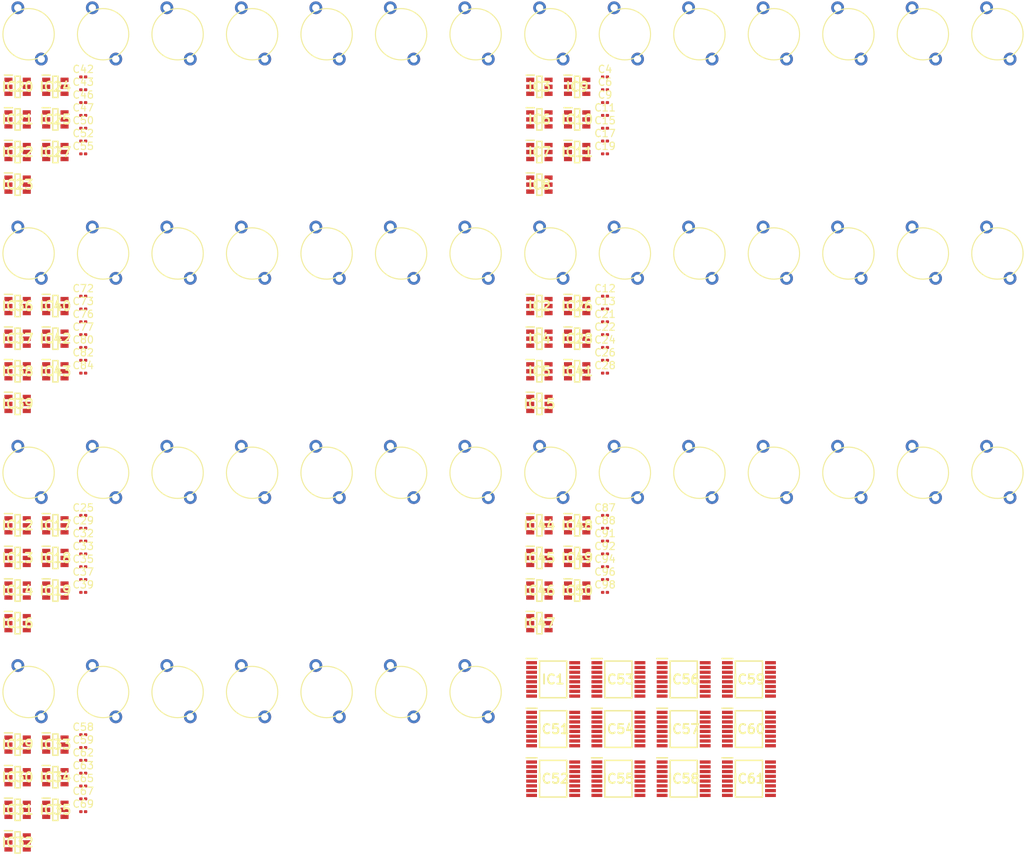
<source format=kicad_pcb>
(kicad_pcb (version 20241229) (generator "pcbnew") (generator_version "9.0")
  (layers (0 "F.Cu" signal) (2 "B.Cu" signal) (13 "F.Paste" user) (15 "B.Paste" user) (5 "F.SilkS" user "F.Silkscreen") (7 "B.SilkS" user "B.Silkscreen") (1 "F.Mask" user) (3 "B.Mask" user) (25 "Edge.Cuts" user))
  (net 0 "")
  (net 1 "/array1/FLIXEL_A")
  (net 2 "Net-(IC3-OUT_SNK)")
  (net 3 "/array1/FLIXEL_F")
  (net 4 "Net-(IC6-OUT_SNK)")
  (net 5 "Net-(IC7-OUT_SNK)")
  (net 6 "/array1/FLIXEL_B")
  (net 7 "Net-(IC8-OUT_SNK)")
  (net 8 "/array1/FLIXEL_G")
  (net 9 "/array/FLIXEL_A")
  (net 10 "Net-(IC2-OUT_SNK)")
  (net 11 "/array/FLIXEL_F")
  (net 12 "Net-(IC4-OUT_SNK)")
  (net 13 "/array1/FLIXEL_C")
  (net 14 "Net-(IC9-OUT_SNK)")
  (net 15 "Net-(IC10-OUT_SNK)")
  (net 16 "/array1/FLIXEL_D")
  (net 17 "/array1/FLIXEL_E")
  (net 18 "Net-(IC11-OUT_SNK)")
  (net 19 "/array/FLIXEL_B")
  (net 20 "Net-(IC5-OUT_SNK)")
  (net 21 "Net-(IC12-OUT_SNK)")
  (net 22 "/array/FLIXEL_G")
  (net 23 "Net-(IC13-OUT_SNK)")
  (net 24 "/array/FLIXEL_C")
  (net 25 "Net-(IC14-OUT_SNK)")
  (net 26 "/array/FLIXEL_D")
  (net 27 "Net-(IC15-OUT_SNK)")
  (net 28 "/array/FLIXEL_E")
  (net 29 "Net-(IC16-OUT_SNK)")
  (net 30 "/array2/FLIXEL_A")
  (net 31 "/array2/FLIXEL_F")
  (net 32 "Net-(IC17-OUT_SNK)")
  (net 33 "/array2/FLIXEL_B")
  (net 34 "Net-(IC18-OUT_SNK)")
  (net 35 "/array2/FLIXEL_G")
  (net 36 "Net-(IC19-OUT_SNK)")
  (net 37 "Net-(IC20-OUT_SNK)")
  (net 38 "/array2/FLIXEL_C")
  (net 39 "/array2/FLIXEL_D")
  (net 40 "Net-(IC21-OUT_SNK)")
  (net 41 "/array2/FLIXEL_E")
  (net 42 "Net-(IC22-OUT_SNK)")
  (net 43 "/array3/FLIXEL_A")
  (net 44 "Net-(IC23-OUT_SNK)")
  (net 45 "/array3/FLIXEL_F")
  (net 46 "Net-(IC24-OUT_SNK)")
  (net 47 "/array3/FLIXEL_B")
  (net 48 "Net-(IC25-OUT_SNK)")
  (net 49 "Net-(IC26-OUT_SNK)")
  (net 50 "/array3/FLIXEL_G")
  (net 51 "/array3/FLIXEL_C")
  (net 52 "Net-(IC27-OUT_SNK)")
  (net 53 "/array3/FLIXEL_D")
  (net 54 "Net-(IC28-OUT_SNK)")
  (net 55 "Net-(IC29-OUT_SNK)")
  (net 56 "/array3/FLIXEL_E")
  (net 57 "Net-(IC30-OUT_SNK)")
  (net 58 "/array4/FLIXEL_A")
  (net 59 "/array4/FLIXEL_F")
  (net 60 "Net-(IC31-OUT_SNK)")
  (net 61 "Net-(IC32-OUT_SNK)")
  (net 62 "/array4/FLIXEL_B")
  (net 63 "Net-(IC33-OUT_SNK)")
  (net 64 "/array4/FLIXEL_G")
  (net 65 "/array4/FLIXEL_C")
  (net 66 "Net-(IC34-OUT_SNK)")
  (net 67 "/array4/FLIXEL_D")
  (net 68 "Net-(IC35-OUT_SNK)")
  (net 69 "Net-(IC36-OUT_SNK)")
  (net 70 "/array4/FLIXEL_E")
  (net 71 "/array5/FLIXEL_A")
  (net 72 "Net-(IC37-OUT_SNK)")
  (net 73 "/array5/FLIXEL_F")
  (net 74 "Net-(IC38-OUT_SNK)")
  (net 75 "/array5/FLIXEL_B")
  (net 76 "Net-(IC39-OUT_SNK)")
  (net 77 "Net-(IC40-OUT_SNK)")
  (net 78 "/array5/FLIXEL_G")
  (net 79 "Net-(IC41-OUT_SNK)")
  (net 80 "/array5/FLIXEL_C")
  (net 81 "/array5/FLIXEL_D")
  (net 82 "Net-(IC42-OUT_SNK)")
  (net 83 "Net-(IC43-OUT_SNK)")
  (net 84 "/array5/FLIXEL_E")
  (net 85 "Net-(IC44-OUT_SNK)")
  (net 86 "/array6/FLIXEL_A")
  (net 87 "Net-(IC45-OUT_SNK)")
  (net 88 "/array6/FLIXEL_F")
  (net 89 "Net-(IC46-OUT_SNK)")
  (net 90 "/array6/FLIXEL_B")
  (net 91 "Net-(IC47-OUT_SNK)")
  (net 92 "/array6/FLIXEL_G")
  (net 93 "Net-(IC48-OUT_SNK)")
  (net 94 "/array6/FLIXEL_C")
  (net 95 "/array6/FLIXEL_D")
  (net 96 "Net-(IC49-OUT_SNK)")
  (net 97 "Net-(IC50-OUT_SNK)")
  (net 98 "/array6/FLIXEL_E")
  (net 99 "/!OE")
  (net 100 "/1-")
  (net 101 "AGND")
  (net 102 "/2+")
  (net 103 "/3-")
  (net 104 "/2-")
  (net 105 "/4-")
  (net 106 "3V3")
  (net 107 "/3+")
  (net 108 "/STCP")
  (net 109 "/SHCP")
  (net 110 "/1+")
  (net 111 "/!MR")
  (net 112 "/4+")
  (net 113 "Net-(IC1-Q7S)")
  (net 114 "/DS")
  (net 115 "Net-(IC2-IN+)")
  (net 116 "PGND")
  (net 117 "Net-(IC2-IN-)")
  (net 118 "Net-(IC3-IN+)")
  (net 119 "Net-(IC3-IN-)")
  (net 120 "Net-(IC4-IN-)")
  (net 121 "Net-(IC4-IN+)")
  (net 122 "Net-(IC5-IN-)")
  (net 123 "Net-(IC5-IN+)")
  (net 124 "Net-(IC6-IN+)")
  (net 125 "Net-(IC6-IN-)")
  (net 126 "Net-(IC7-IN+)")
  (net 127 "Net-(IC7-IN-)")
  (net 128 "Net-(IC8-IN-)")
  (net 129 "Net-(IC8-IN+)")
  (net 130 "Net-(IC9-IN+)")
  (net 131 "Net-(IC9-IN-)")
  (net 132 "Net-(IC10-IN+)")
  (net 133 "Net-(IC10-IN-)")
  (net 134 "Net-(IC11-IN+)")
  (net 135 "Net-(IC11-IN-)")
  (net 136 "Net-(IC12-IN+)")
  (net 137 "Net-(IC12-IN-)")
  (net 138 "Net-(IC13-IN-)")
  (net 139 "Net-(IC13-IN+)")
  (net 140 "Net-(IC14-IN-)")
  (net 141 "Net-(IC14-IN+)")
  (net 142 "Net-(IC15-IN-)")
  (net 143 "Net-(IC15-IN+)")
  (net 144 "Net-(IC16-IN-)")
  (net 145 "Net-(IC16-IN+)")
  (net 146 "Net-(IC17-IN+)")
  (net 147 "Net-(IC17-IN-)")
  (net 148 "Net-(IC18-IN-)")
  (net 149 "Net-(IC18-IN+)")
  (net 150 "Net-(IC19-IN+)")
  (net 151 "Net-(IC19-IN-)")
  (net 152 "Net-(IC20-IN+)")
  (net 153 "Net-(IC20-IN-)")
  (net 154 "Net-(IC21-IN-)")
  (net 155 "Net-(IC21-IN+)")
  (net 156 "Net-(IC22-IN+)")
  (net 157 "Net-(IC22-IN-)")
  (net 158 "Net-(IC23-IN-)")
  (net 159 "Net-(IC23-IN+)")
  (net 160 "Net-(IC24-IN+)")
  (net 161 "Net-(IC24-IN-)")
  (net 162 "Net-(IC25-IN-)")
  (net 163 "Net-(IC25-IN+)")
  (net 164 "Net-(IC26-IN-)")
  (net 165 "Net-(IC26-IN+)")
  (net 166 "Net-(IC27-IN+)")
  (net 167 "Net-(IC27-IN-)")
  (net 168 "Net-(IC28-IN+)")
  (net 169 "Net-(IC28-IN-)")
  (net 170 "Net-(IC29-IN-)")
  (net 171 "Net-(IC29-IN+)")
  (net 172 "Net-(IC30-IN-)")
  (net 173 "Net-(IC30-IN+)")
  (net 174 "Net-(IC31-IN-)")
  (net 175 "Net-(IC31-IN+)")
  (net 176 "Net-(IC32-IN-)")
  (net 177 "Net-(IC32-IN+)")
  (net 178 "Net-(IC33-IN-)")
  (net 179 "Net-(IC33-IN+)")
  (net 180 "Net-(IC34-IN-)")
  (net 181 "Net-(IC34-IN+)")
  (net 182 "Net-(IC35-IN-)")
  (net 183 "Net-(IC35-IN+)")
  (net 184 "Net-(IC36-IN-)")
  (net 185 "Net-(IC36-IN+)")
  (net 186 "Net-(IC37-IN+)")
  (net 187 "Net-(IC37-IN-)")
  (net 188 "Net-(IC38-IN-)")
  (net 189 "Net-(IC38-IN+)")
  (net 190 "Net-(IC39-IN+)")
  (net 191 "Net-(IC39-IN-)")
  (net 192 "Net-(IC40-IN-)")
  (net 193 "Net-(IC40-IN+)")
  (net 194 "Net-(IC41-IN-)")
  (net 195 "Net-(IC41-IN+)")
  (net 196 "Net-(IC42-IN+)")
  (net 197 "Net-(IC42-IN-)")
  (net 198 "Net-(IC43-IN+)")
  (net 199 "Net-(IC43-IN-)")
  (net 200 "Net-(IC44-IN-)")
  (net 201 "Net-(IC44-IN+)")
  (net 202 "Net-(IC45-IN-)")
  (net 203 "Net-(IC45-IN+)")
  (net 204 "Net-(IC46-IN-)")
  (net 205 "Net-(IC46-IN+)")
  (net 206 "Net-(IC47-IN-)")
  (net 207 "Net-(IC47-IN+)")
  (net 208 "Net-(IC48-IN-)")
  (net 209 "Net-(IC48-IN+)")
  (net 210 "Net-(IC49-IN+)")
  (net 211 "Net-(IC49-IN-)")
  (net 212 "Net-(IC50-IN+)")
  (net 213 "Net-(IC50-IN-)")
  (net 214 "/6-")
  (net 215 "Net-(IC51-Q7S)")
  (net 216 "/6+")
  (net 217 "/8+")
  (net 218 "/5+")
  (net 219 "/8-")
  (net 220 "/5-")
  (net 221 "/7+")
  (net 222 "/7-")
  (net 223 "/12+")
  (net 224 "/9+")
  (net 225 "/9-")
  (net 226 "/10+")
  (net 227 "/10-")
  (net 228 "/12-")
  (net 229 "/11-")
  (net 230 "Net-(IC52-Q7S)")
  (net 231 "/11+")
  (net 232 "/16-")
  (net 233 "/15-")
  (net 234 "/15+")
  (net 235 "/13+")
  (net 236 "/14+")
  (net 237 "/13-")
  (net 238 "/16+")
  (net 239 "/14-")
  (net 240 "Net-(IC53-Q7S)")
  (net 241 "Net-(IC54-Q7S)")
  (net 242 "/17-")
  (net 243 "/18-")
  (net 244 "/19+")
  (net 245 "/19-")
  (net 246 "/20+")
  (net 247 "/20-")
  (net 248 "/18+")
  (net 249 "/17+")
  (net 250 "/22+")
  (net 251 "/24+")
  (net 252 "/21-")
  (net 253 "/23+")
  (net 254 "/23-")
  (net 255 "/24-")
  (net 256 "/22-")
  (net 257 "/21+")
  (net 258 "Net-(IC55-Q7S)")
  (net 259 "/26-")
  (net 260 "/28+")
  (net 261 "/27+")
  (net 262 "/27-")
  (net 263 "/25-")
  (net 264 "Net-(IC56-Q7S)")
  (net 265 "/28-")
  (net 266 "/25+")
  (net 267 "/26+")
  (net 268 "/35-")
  (net 269 "/36-")
  (net 270 "/35+")
  (net 271 "/33-")
  (net 272 "Net-(IC57-Q7S)")
  (net 273 "/33+")
  (net 274 "/36+")
  (net 275 "/34+")
  (net 276 "Net-(IC57-DS)")
  (net 277 "/34-")
  (net 278 "/44-")
  (net 279 "/41+")
  (net 280 "/43+")
  (net 281 "Net-(IC58-DS)")
  (net 282 "Net-(IC58-Q7S)")
  (net 283 "/42-")
  (net 284 "/44+")
  (net 285 "/41-")
  (net 286 "/42+")
  (net 287 "/43-")
  (net 288 "/29+")
  (net 289 "/29-")
  (net 290 "/30+")
  (net 291 "/31-")
  (net 292 "/32-")
  (net 293 "/30-")
  (net 294 "/31+")
  (net 295 "/32+")
  (net 296 "/40+")
  (net 297 "/39+")
  (net 298 "/37+")
  (net 299 "/38+")
  (net 300 "/38-")
  (net 301 "/37-")
  (net 302 "/40-")
  (net 303 "/39-")
  (net 304 "/46+")
  (net 305 "/46-")
  (net 306 "/47+")
  (net 307 "/48+")
  (net 308 "/47-")
  (net 309 "/45+")
  (net 311 "/45-")
  (net 312 "/48-")
  (net 313 "12V")
  (footprint "SOT95P280X145-6N:SOT95P280X145-6N" (layer "F.Cu") (at 52.477 117.05)
    (property "Reference" "IC19")
    (property "Value" "1EDN7550BXTSA1" (hide yes))
  )
  (footprint "SOT95P280X145-6N:SOT95P280X145-6N" (layer "F.Cu") (at 47.327 117.05)
    (property "Reference" "IC14")
    (property "Value" "1EDN7550BXTSA1" (hide yes))
  )
  (footprint "Capacitor_SMD:C_0201_0603Metric" (layer "F.Cu") (at 56.277 115.55)
    (property "Reference" "C37")
    (property "Value" "20u")
  )
  (footprint "Capacitor_SMD:C_0201_0603Metric" (layer "F.Cu") (at 127.437 78.63)
    (property "Reference" "C13")
    (property "Value" "20u")
  )
  (footprint "SOT95P280X145-6N:SOT95P280X145-6N" (layer "F.Cu") (at 47.327 112.6)
    (property "Reference" "IC13")
    (property "Value" "1EDN7550BXTSA1" (hide yes))
  )
  (footprint "SOT95P280X145-6N:SOT95P280X145-6N" (layer "F.Cu") (at 52.477 108.15)
    (property "Reference" "IC17")
    (property "Value" "1EDN7550BXTSA1" (hide yes))
  )
  (footprint "Capacitor_SMD:C_0201_0603Metric" (layer "F.Cu") (at 127.437 53.96)
    (property "Reference" "C15")
    (property "Value" "20u")
  )
  (footprint "SOP65P640X110-16N:SOP65P640X110-16N" (layer "F.Cu") (at 120.362 142.725)
    (property "Reference" "IC52")
    (property "Value" "74HC595PW-Q100,118" (hide yes))
  )
  (footprint "SOT95P280X145-6N:SOT95P280X145-6N" (layer "F.Cu") (at 118.487 108.15)
    (property "Reference" "IC44")
    (property "Value" "1EDN7550BXTSA1" (hide yes))
  )
  (footprint "Capacitor_SMD:C_0201_0603Metric" (layer "F.Cu") (at 127.437 80.38)
    (property "Reference" "C21")
    (property "Value" "20u")
  )
  (footprint "Capacitor_SMD:C_0201_0603Metric" (layer "F.Cu") (at 127.437 76.88)
    (property "Reference" "C12")
    (property "Value" "20u")
  )
  (footprint "SOT95P280X145-6N:SOT95P280X145-6N" (layer "F.Cu") (at 47.327 146.97)
    (property "Reference" "IC31")
    (property "Value" "1EDN7550BXTSA1" (hide yes))
  )
  (footprint "SOT95P280X145-6N:SOT95P280X145-6N" (layer "F.Cu") (at 47.327 87.13)
    (property "Reference" "IC38")
    (property "Value" "1EDN7550BXTSA1" (hide yes))
  )
  (footprint "Capacitor_SMD:C_0201_0603Metric" (layer "F.Cu") (at 127.437 85.63)
    (property "Reference" "C26")
    (property "Value" "20u")
  )
  (footprint "SOT95P280X145-6N:SOT95P280X145-6N" (layer "F.Cu") (at 52.477 146.97)
    (property "Reference" "IC35")
    (property "Value" "1EDN7550BXTSA1" (hide yes))
  )
  (footprint "SOP65P640X110-16N:SOP65P640X110-16N" (layer "F.Cu") (at 129.262 129.175)
    (property "Reference" "IC53")
    (property "Value" "74HC595PW-Q100,118" (hide yes))
  )
  (footprint "SOT95P280X145-6N:SOT95P280X145-6N" (layer "F.Cu") (at 118.487 78.23)
    (property "Reference" "IC2")
    (property "Value" "1EDN7550BXTSA1" (hide yes))
  )
  (footprint "Capacitor_SMD:C_0201_0603Metric" (layer "F.Cu") (at 56.277 145.47)
    (property "Reference" "C67")
    (property "Value" "20u")
  )
  (footprint "Capacitor_SMD:C_0201_0603Metric" (layer "F.Cu") (at 127.437 52.21)
    (property "Reference" "C11")
    (property "Value" "20u")
  )
  (footprint "Capacitor_SMD:C_0201_0603Metric" (layer "F.Cu") (at 127.437 87.38)
    (property "Reference" "C28")
    (property "Value" "20u")
  )
  (footprint "dot_flipper:7_flip_dots" (layer "F.Cu") (at 118.517 67.445)
    (property "Reference" "U2" (hide yes))
    (property "Value" "1EDN7550BXTSA1" (hide yes))
  )
  (footprint "SOT95P280X145-6N:SOT95P280X145-6N" (layer "F.Cu") (at 47.327 48.31)
    (property "Reference" "IC20")
    (property "Value" "1EDN7550BXTSA1" (hide yes))
  )
  (footprint "SOT95P280X145-6N:SOT95P280X145-6N" (layer "F.Cu") (at 47.327 138.07)
    (property "Reference" "IC29")
    (property "Value" "1EDN7550BXTSA1" (hide yes))
  )
  (footprint "SOP65P640X110-16N:SOP65P640X110-16N" (layer "F.Cu") (at 138.162 135.95)
    (property "Reference" "IC57")
    (property "Value" "74HC595PW-Q100,118" (hide yes))
  )
  (footprint "SOT95P280X145-6N:SOT95P280X145-6N" (layer "F.Cu") (at 47.327 52.76)
    (property "Reference" "IC21")
    (property "Value" "1EDN7550BXTSA1" (hide yes))
  )
  (footprint "Capacitor_SMD:C_0201_0603Metric" (layer "F.Cu") (at 56.277 117.3)
    (property "Reference" "C39")
    (property "Value" "20u")
  )
  (footprint "SOP65P640X110-16N:SOP65P640X110-16N" (layer "F.Cu") (at 147.062 135.95)
    (property "Reference" "IC60")
    (property "Value" "74HC595PW-Q100,118" (hide yes))
  )
  (footprint "SOT95P280X145-6N:SOT95P280X145-6N" (layer "F.Cu") (at 123.637 48.31)
    (property "Reference" "IC9")
    (property "Value" "1EDN7550BXTSA1" (hide yes))
  )
  (footprint "Capacitor_SMD:C_0201_0603Metric" (layer "F.Cu") (at 56.277 46.96)
    (property "Reference" "C42")
    (property "Value" "20u")
  )
  (footprint "SOT95P280X145-6N:SOT95P280X145-6N" (layer "F.Cu") (at 47.327 142.52)
    (property "Reference" "IC30")
    (property "Value" "1EDN7550BXTSA1" (hide yes))
  )
  (footprint "Capacitor_SMD:C_0201_0603Metric" (layer "F.Cu") (at 127.437 113.8)
    (property "Reference" "C94")
    (property "Value" "20u")
  )
  (footprint "SOT95P280X145-6N:SOT95P280X145-6N" (layer "F.Cu") (at 47.327 61.66)
    (property "Reference" "IC23")
    (property "Value" "1EDN7550BXTSA1" (hide yes))
  )
  (footprint "SOT95P280X145-6N:SOT95P280X145-6N" (layer "F.Cu") (at 123.637 87.13)
    (property "Reference" "IC41")
    (property "Value" "1EDN7550BXTSA1" (hide yes))
  )
  (footprint "Capacitor_SMD:C_0201_0603Metric" (layer "F.Cu") (at 56.277 143.72)
    (property "Reference" "C65")
    (property "Value" "20u")
  )
  (footprint "SOT95P280X145-6N:SOT95P280X145-6N" (layer "F.Cu") (at 47.327 151.42)
    (property "Reference" "IC32")
    (property "Value" "1EDN7550BXTSA1" (hide yes))
  )
  (footprint "Capacitor_SMD:C_0201_0603Metric" (layer "F.Cu") (at 127.437 83.88)
    (property "Reference" "C24")
    (property "Value" "20u")
  )
  (footprint "SOP65P640X110-16N:SOP65P640X110-16N" (layer "F.Cu") (at 129.262 135.95)
    (property "Reference" "IC54")
    (property "Value" "74HC595PW-Q100,118" (hide yes))
  )
  (footprint "Capacitor_SMD:C_0201_0603Metric" (layer "F.Cu") (at 127.437 50.46)
    (property "Reference" "C9")
    (property "Value" "20u")
  )
  (footprint "SOT95P280X145-6N:SOT95P280X145-6N" (layer "F.Cu") (at 52.477 78.23)
    (property "Reference" "IC40")
    (property "Value" "1EDN7550BXTSA1" (hide yes))
  )
  (footprint "Capacitor_SMD:C_0201_0603Metric" (layer "F.Cu") (at 56.277 80.38)
    (property "Reference" "C76")
    (property "Value" "20u")
  )
  (footprint "Capacitor_SMD:C_0201_0603Metric" (layer "F.Cu") (at 127.437 57.46)
    (property "Reference" "C19")
    (property "Value" "20u")
  )
  (footprint "dot_flipper:7_flip_dots" (layer "F.Cu") (at 47.357 67.445)
    (property "Reference" "U6" (hide yes))
    (property "Value" "1EDN7550BXTSA1" (hide yes))
  )
  (footprint "dot_flipper:7_flip_dots" (layer "F.Cu") (at 47.357 37.525)
    (property "Reference" "U4" (hide yes))
    (property "Value" "1EDN7550BXTSA1" (hide yes))
  )
  (footprint "SOT95P280X145-6N:SOT95P280X145-6N" (layer "F.Cu") (at 52.477 48.31)
    (property "Reference" "IC24")
    (property "Value" "1EDN7550BXTSA1" (hide yes))
  )
  (footprint "SOT95P280X145-6N:SOT95P280X145-6N" (layer "F.Cu") (at 118.487 121.5)
    (property "Reference" "IC47")
    (property "Value" "1EDN7550BXTSA1" (hide yes))
  )
  (footprint "Capacitor_SMD:C_0201_0603Metric" (layer "F.Cu") (at 127.437 115.55)
    (property "Reference" "C96")
    (property "Value" "20u")
  )
  (footprint "SOT95P280X145-6N:SOT95P280X145-6N" (layer "F.Cu") (at 52.477 87.13)
    (property "Reference" "IC43")
    (property "Value" "1EDN7550BXTSA1" (hide yes))
  )
  (footprint "Capacitor_SMD:C_0201_0603Metric" (layer "F.Cu") (at 56.277 140.22)
    (property "Reference" "C62")
    (property "Value" "20u")
  )
  (footprint "Capacitor_SMD:C_0201_0603Metric" (layer "F.Cu") (at 56.277 136.72)
    (property "Reference" "C58")
    (property "Value" "20u")
  )
  (footprint "Capacitor_SMD:C_0201_0603Metric" (layer "F.Cu") (at 56.277 87.38)
    (property "Reference" "C84")
    (property "Value" "20u")
  )
  (footprint "SOP65P640X110-16N:SOP65P640X110-16N" (layer "F.Cu") (at 147.062 129.175)
    (property "Reference" "IC59")
    (property "Value" "74HC595PW-Q100,118" (hide yes))
  )
  (footprint "SOT95P280X145-6N:SOT95P280X145-6N" (layer "F.Cu") (at 118.487 91.58)
    (property "Reference" "IC15")
    (property "Value" "1EDN7550BXTSA1" (hide yes))
  )
  (footprint "SOP65P640X110-16N:SOP65P640X110-16N" (layer "F.Cu") (at 138.162 142.725)
    (property "Reference" "IC58")
    (property "Value" "74HC595PW-Q100,118" (hide yes))
  )
  (footprint "Capacitor_SMD:C_0201_0603Metric" (layer "F.Cu") (at 127.437 117.3)
    (property "Reference" "C98")
    (property "Value" "20u")
  )
  (footprint "Capacitor_SMD:C_0201_0603Metric" (layer "F.Cu") (at 56.277 106.8)
    (property "Reference" "C25")
    (property "Value" "20u")
  )
  (footprint "Capacitor_SMD:C_0201_0603Metric" (layer "F.Cu") (at 56.277 83.88)
    (property "Reference" "C80")
    (property "Value" "20u")
  )
  (footprint "SOT95P280X145-6N:SOT95P280X145-6N" (layer "F.Cu") (at 123.637 117.05)
    (property "Reference" "IC50")
    (property "Value" "1EDN7550BXTSA1" (hide yes))
  )
  (footprint "SOT95P280X145-6N:SOT95P280X145-6N" (layer "F.Cu") (at 118.487 112.6)
    (property "Reference" "IC45")
    (property "Value" "1EDN7550BXTSA1" (hide yes))
  )
  (footprint "SOT95P280X145-6N:SOT95P280X145-6N" (layer "F.Cu") (at 52.477 57.21)
    (property "Reference" "IC27")
    (property "Value" "1EDN7550BXTSA1" (hide yes))
  )
  (footprint "SOT95P280X145-6N:SOT95P280X145-6N" (layer "F.Cu") (at 123.637 112.6)
    (property "Reference" "IC49")
    (property "Value" "1EDN7550BXTSA1" (hide yes))
  )
  (footprint "Capacitor_SMD:C_0201_0603Metric" (layer "F.Cu") (at 56.277 50.46)
    (property "Reference" "C46")
    (property "Value" "20u")
  )
  (footprint "SOP65P640X110-16N:SOP65P640X110-16N" (layer "F.Cu") (at 120.362 129.175)
    (property "Reference" "IC1")
    (property "Value" "74HC595PW-Q100,118" (hide yes))
  )
  (footprint "Capacitor_SMD:C_0201_0603Metric" (layer "F.Cu") (at 127.437 108.55)
    (property "Reference" "C88")
    (property "Value" "20u")
  )
  (footprint "SOT95P280X145-6N:SOT95P280X145-6N" (layer "F.Cu") (at 47.327 121.5)
    (property "Reference" "IC16")
    (property "Value" "1EDN7550BXTSA1" (hide yes))
  )
  (footprint "SOT95P280X145-6N:SOT95P280X145-6N" (layer "F.Cu") (at 47.327 108.15)
    (property "Reference" "IC12")
    (property "Value" "1EDN7550BXTSA1" (hide yes))
  )
  (footprint "SOP65P640X110-16N:SOP65P640X110-16N" (layer "F.Cu") (at 129.262 142.725)
    (property "Reference" "IC55")
    (property "Value" "74HC595PW-Q100,118" (hide yes))
  )
  (footprint "SOT95P280X145-6N:SOT95P280X145-6N" (layer "F.Cu") (at 47.327 57.21)
    (property "Reference" "IC22")
    (property "Value" "1EDN7550BXTSA1" (hide yes))
  )
  (footprint "SOT95P280X145-6N:SOT95P280X145-6N" (layer "F.Cu") (at 118.487 61.66)
    (property "Reference" "IC8")
    (property "Value" "1EDN7550BXTSA1" (hide yes))
  )
  (footprint "SOP65P640X110-16N:SOP65P640X110-16N" (layer "F.Cu") (at 138.162 129.175)
    (property "Reference" "IC56")
    (property "Value" "74HC595PW-Q100,118" (hide yes))
  )
  (footprint "SOP65P640X110-16N:SOP65P640X110-16N" (layer "F.Cu") (at 120.362 135.95)
    (property "Reference" "IC51")
    (property "Value" "74HC595PW-Q100,118" (hide yes))
  )
  (footprint "Capacitor_SMD:C_0201_0603Metric" (layer "F.Cu") (at 127.437 82.13)
    (property "Reference" "C22")
    (property "Value" "20u")
  )
  (footprint "SOT95P280X145-6N:SOT95P280X145-6N" (layer "F.Cu") (at 123.637 78.23)
    (property "Reference" "IC26")
    (property "Value" "1EDN7550BXTSA1" (hide yes))
  )
  (footprint "SOT95P280X145-6N:SOT95P280X145-6N" (layer "F.Cu") (at 52.477 52.76)
    (property "Reference" "IC25")
    (property "Value" "1EDN7550BXTSA1" (hide yes))
  )
  (footprint "Capacitor_SMD:C_0201_0603Metric" (layer "F.Cu") (at 56.277 76.88)
    (property "Reference" "C72")
    (property "Value" "20u")
  )
  (footprint "SOT95P280X145-6N:SOT95P280X145-6N" (layer "F.Cu") (at 123.637 108.15)
    (property "Reference" "IC48")
    (property "Value" "1EDN7550BXTSA1" (hide yes))
  )
  (footprint "Capacitor_SMD:C_0201_0603Metric" (layer "F.Cu") (at 56.277 52.21)
    (property "Reference" "C47")
    (property "Value" "20u")
  )
  (footprint "SOT95P280X145-6N:SOT95P280X145-6N" (layer "F.Cu") (at 47.327 78.23)
    (property "Reference" "IC36")
    (property "Value" "1EDN7550BXTSA1" (hide yes))
  )
  (footprint "SOT95P280X145-6N:SOT95P280X145-6N" (layer "F.Cu") (at 47.327 91.58)
    (property "Reference" "IC39")
    (property "Value" "1EDN7550BXTSA1" (hide yes))
  )
  (footprint "SOT95P280X145-6N:SOT95P280X145-6N" (layer "F.Cu") (at 123.637 57.21)
    (property "Reference" "IC11")
    (property "Value" "1EDN7550BXTSA1" (hide yes))
  )
  (footprint "dot_flipper:7_flip_dots" (layer "F.Cu") (at 118.517 37.525)
    (property "Reference" "U1" (hide yes))
    (property "Value" "1EDN7550BXTSA1" (hide yes))
  )
  (footprint "Capacitor_SMD:C_0201_0603Metric" (layer "F.Cu") (at 56.277 113.8)
    (property "Reference" "C35")
    (property "Value" "20u")
  )
  (footprint "Capacitor_SMD:C_0201_0603Metric" (layer "F.Cu") (at 56.277 55.71)
    (property "Reference" "C52")
    (property "Value" "20u")
  )
  (footprint "SOT95P280X145-6N:SOT95P280X145-6N" (layer "F.Cu") (at 118.487 117.05)
    (property "Reference" "IC46")
    (property "Value" "1EDN7550BXTSA1" (hide yes))
  )
  (footprint "Capacitor_SMD:C_0201_0603Metric" (layer "F.Cu") (at 56.277 141.97)
    (property "Reference" "C63")
    (property "Value" "20u")
  )
  (footprint "Capacitor_SMD:C_0201_0603Metric" (layer "F.Cu") (at 127.437 106.8)
    (property "Reference" "C87")
    (property "Value" "20u")
  )
  (footprint "SOT95P280X145-6N:SOT95P280X145-6N" (layer "F.Cu") (at 52.477 142.52)
    (property "Reference" "IC34")
    (property "Value" "1EDN7550BXTSA1" (hide yes))
  )
  (footprint "dot_flipper:7_flip_dots" (layer "F.Cu") (at 47.357 97.365)
    (property "Reference" "U3" (hide yes))
    (property "Value" "1EDN7550BXTSA1" (hide yes))
  )
  (footprint "SOP65P640X110-16N:SOP65P640X110-16N" (layer "F.Cu") (at 147.062 142.725)
    (property "Reference" "IC61")
    (property "Value" "74HC595PW-Q100,118" (hide yes))
  )
  (footprint "SOT95P280X145-6N:SOT95P280X145-6N" (layer "F.Cu") (at 118.487 87.13)
    (property "Reference" "IC5")
    (property "Value" "1EDN7550BXTSA1" (hide yes))
  )
  (footprint "Capacitor_SMD:C_0201_0603Metric" (layer "F.Cu") (at 127.437 110.3)
    (property "Reference" "C91")
    (property "Value" "20u")
  )
  (footprint "Capacitor_SMD:C_0201_0603Metric" (layer "F.Cu") (at 56.277 112.05)
    (property "Reference" "C33")
    (property "Value" "20u")
  )
  (footprint "SOT95P280X145-6N:SOT95P280X145-6N" (layer "F.Cu") (at 118.487 57.21)
    (property "Reference" "IC7")
    (property "Value" "1EDN7550BXTSA1" (hide yes))
  )
  (footprint "SOT95P280X145-6N:SOT95P280X145-6N" (layer "F.Cu") (at 47.327 82.68)
    (property "Reference" "IC37")
    (property "Value" "1EDN7550BXTSA1" (hide yes))
  )
  (footprint "Capacitor_SMD:C_0201_0603Metric" (layer "F.Cu") (at 56.277 85.63)
    (property "Reference" "C82")
    (property "Value" "20u")
  )
  (footprint "Capacitor_SMD:C_0201_0603Metric" (layer "F.Cu") (at 56.277 147.22)
    (property "Reference" "C69")
    (property "Value" "20u")
  )
  (footprint "Capacitor_SMD:C_0201_0603Metric" (layer "F.Cu") (at 56.277 57.46)
    (property "Reference" "C55")
    (property "Value" "20u")
  )
  (footprint "SOT95P280X145-6N:SOT95P280X145-6N" (layer "F.Cu") (at 52.477 138.07)
    (property "Reference" "IC33")
    (property "Value" "1EDN7550BXTSA1" (hide yes))
  )
  (footprint "Capacitor_SMD:C_0201_0603Metric" (layer "F.Cu") (at 56.277 110.3)
    (property "Reference" "C32")
    (property "Value" "20u")
  )
  (footprint "dot_flipper:7_flip_dots" (layer "F.Cu") (at 118.517 97.365)
    (property "Reference" "U7" (hide yes))
    (property "Value" "1EDN7550BXTSA1" (hide yes))
  )
  (footprint "SOT95P280X145-6N:SOT95P280X145-6N" (layer "F.Cu") (at 52.477 112.6)
    (property "Reference" "IC18")
    (property "Value" "1EDN7550BXTSA1" (hide yes))
  )
  (footprint "SOT95P280X145-6N:SOT95P280X145-6N" (layer "F.Cu") (at 118.487 82.68)
    (property "Reference" "IC4")
    (property "Value" "1EDN7550BXTSA1" (hide yes))
  )
  (footprint "Capacitor_SMD:C_0201_0603Metric" (layer "F.Cu") (at 56.277 78.63)
    (property "Reference" "C73")
    (property "Value" "20u")
  )
  (footprint "SOT95P280X145-6N:SOT95P280X145-6N" (layer "F.Cu") (at 118.487 52.76)
    (property "Reference" "IC6")
    (property "Value" "1EDN7550BXTSA1" (hide yes))
  )
  (footprint "SOT95P280X145-6N:SOT95P280X145-6N" (layer "F.Cu") (at 123.637 52.76)
    (property "Reference" "IC10")
    (property "Value" "1EDN7550BXTSA1" (hide yes))
  )
  (footprint "Capacitor_SMD:C_0201_0603Metric" (layer "F.Cu") (at 127.437 55.71)
    (property "Reference" "C17")
    (property "Value" "20u")
  )
  (footprint "Capacitor_SMD:C_0201_0603Metric" (layer "F.Cu") (at 56.277 48.71)
    (property "Reference" "C43")
    (property "Value" "20u")
  )
  (footprint "Capacitor_SMD:C_0201_0603Metric" (layer "F.Cu") (at 56.277 53.96)
    (property "Reference" "C50")
    (property "Value" "20u")
  )
  (footprint "Capacitor_SMD:C_0201_0603Metric" (layer "F.Cu") (at 127.437 112.05)
    (property "Reference" "C92")
    (property "Value" "20u")
  )
  (footprint "Capacitor_SMD:C_0201_0603Metric" (layer "F.Cu") (at 56.277 108.55)
    (property "Reference" "C29")
    (property "Value" "20u")
  )
  (footprint "Capacitor_SMD:C_0201_0603Metric" (layer "F.Cu") (at 127.437 48.71)
    (property "Reference" "C6")
    (property "Value" "20u")
  )
  (footprint "Capacitor_SMD:C_0201_0603Metric" (layer "F.Cu") (at 56.277 138.47)
    (property "Reference" "C59")
    (property "Value" "20u")
  )
  (footprint "SOT95P280X145-6N:SOT95P280X145-6N" (layer "F.Cu") (at 118.487 48.31)
    (property "Reference" "IC3")
    (property "Value" "1EDN7550BXTSA1" (hide yes))
  )
  (footprint "SOT95P280X145-6N:SOT95P280X145-6N" (layer "F.Cu") (at 123.637 82.68)
    (property "Reference" "IC28")
    (property "Value" "1EDN7550BXTSA1" (hide yes))
  )
  (footprint "Capacitor_SMD:C_0201_0603Metric" (layer "F.Cu") (at 127.437 46.96)
    (property "Reference" "C4")
    (property "Value" "20u")
  )
  (footprint "Capacitor_SMD:C_0201_0603Metric" (layer "F.Cu") (at 56.277 82.13)
    (property "Reference" "C77")
    (property "Value" "20u")
  )
  (footprint "SOT95P280X145-6N:SOT95P280X145-6N" (layer "F.Cu") (at 52.477 82.68)
    (property "Reference" "IC42")
    (property "Value" "1EDN7550BXTSA1" (hide yes))
  )
  (footprint "dot_flipper:7_flip_dots" (layer "F.Cu") (at 47.357 127.285)
    (property "Reference" "U5" (hide yes))
    (property "Value" "1EDN7550BXTSA1" (hide yes))
  )
)
</source>
